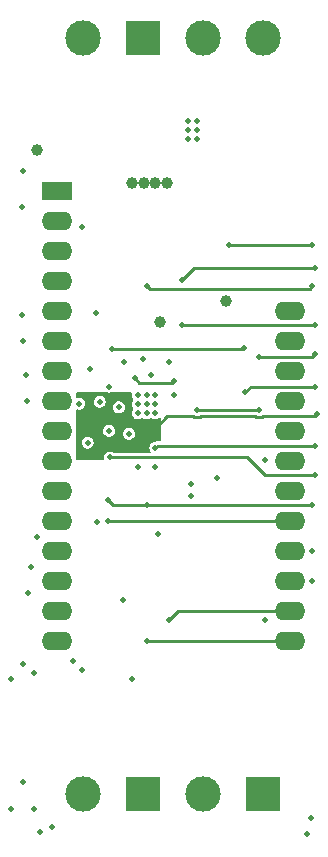
<source format=gbr>
%TF.GenerationSoftware,KiCad,Pcbnew,8.0.0*%
%TF.CreationDate,2024-05-28T22:42:53-04:00*%
%TF.ProjectId,MPPT Charge Controller,4d505054-2043-4686-9172-676520436f6e,0.2*%
%TF.SameCoordinates,Original*%
%TF.FileFunction,Copper,L2,Inr*%
%TF.FilePolarity,Positive*%
%FSLAX46Y46*%
G04 Gerber Fmt 4.6, Leading zero omitted, Abs format (unit mm)*
G04 Created by KiCad (PCBNEW 8.0.0) date 2024-05-28 22:42:53*
%MOMM*%
%LPD*%
G01*
G04 APERTURE LIST*
G04 Aperture macros list*
%AMRoundRect*
0 Rectangle with rounded corners*
0 $1 Rounding radius*
0 $2 $3 $4 $5 $6 $7 $8 $9 X,Y pos of 4 corners*
0 Add a 4 corners polygon primitive as box body*
4,1,4,$2,$3,$4,$5,$6,$7,$8,$9,$2,$3,0*
0 Add four circle primitives for the rounded corners*
1,1,$1+$1,$2,$3*
1,1,$1+$1,$4,$5*
1,1,$1+$1,$6,$7*
1,1,$1+$1,$8,$9*
0 Add four rect primitives between the rounded corners*
20,1,$1+$1,$2,$3,$4,$5,0*
20,1,$1+$1,$4,$5,$6,$7,0*
20,1,$1+$1,$6,$7,$8,$9,0*
20,1,$1+$1,$8,$9,$2,$3,0*%
G04 Aperture macros list end*
%TA.AperFunction,ComponentPad*%
%ADD10RoundRect,0.250000X-1.050000X-0.550000X1.050000X-0.550000X1.050000X0.550000X-1.050000X0.550000X0*%
%TD*%
%TA.AperFunction,ComponentPad*%
%ADD11O,2.600000X1.600000*%
%TD*%
%TA.AperFunction,ComponentPad*%
%ADD12C,3.000000*%
%TD*%
%TA.AperFunction,ComponentPad*%
%ADD13R,3.000000X3.000000*%
%TD*%
%TA.AperFunction,ViaPad*%
%ADD14C,0.500000*%
%TD*%
%TA.AperFunction,ViaPad*%
%ADD15C,1.000000*%
%TD*%
%TA.AperFunction,Conductor*%
%ADD16C,0.250000*%
%TD*%
%TA.AperFunction,Conductor*%
%ADD17C,0.150000*%
%TD*%
G04 APERTURE END LIST*
D10*
%TO.N,unconnected-(A1-~{RESET}-Pad1)*%
%TO.C,A1*%
X100140000Y-80960000D03*
D11*
%TO.N,+3.3V*%
X100140000Y-83500000D03*
%TO.N,unconnected-(A1-NC-Pad3)*%
X100140000Y-86040000D03*
%TO.N,GND*%
X100140000Y-88580000D03*
%TO.N,/Solar Voltage*%
X100140000Y-91120000D03*
%TO.N,/Solar Current*%
X100140000Y-93660000D03*
%TO.N,/Battery Voltage*%
X100140000Y-96200000D03*
%TO.N,/Battery Current*%
X100140000Y-98740000D03*
%TO.N,unconnected-(A1-IO36{slash}A4-Pad9)*%
X100140000Y-101280000D03*
%TO.N,unconnected-(A1-IO4{slash}A5-Pad10)*%
X100140000Y-103820000D03*
%TO.N,unconnected-(A1-SCK{slash}IO5-Pad11)*%
X100140000Y-106360000D03*
%TO.N,unconnected-(A1-MOSI{slash}IO18-Pad12)*%
X100140000Y-108900000D03*
%TO.N,unconnected-(A1-MISO{slash}IO19-Pad13)*%
X100140000Y-111440000D03*
%TO.N,unconnected-(A1-RX{slash}IO16-Pad14)*%
X100140000Y-113980000D03*
%TO.N,unconnected-(A1-TX{slash}IO17-Pad15)*%
X100140000Y-116520000D03*
%TO.N,unconnected-(A1-TXD0-Pad16)*%
X100140000Y-119060000D03*
%TO.N,/SDA*%
X119860000Y-119060000D03*
%TO.N,/SCL*%
X119860000Y-116520000D03*
%TO.N,/STAT1*%
X119860000Y-113980000D03*
%TO.N,/STAT2*%
X119860000Y-111440000D03*
%TO.N,/~{Charge EN}*%
X119860000Y-108900000D03*
%TO.N,/SD_CS*%
X119860000Y-106360000D03*
%TO.N,/Load Enable*%
X119860000Y-103820000D03*
%TO.N,unconnected-(A1-D12-Pad24)*%
X119860000Y-101280000D03*
%TO.N,unconnected-(A1-D13-Pad25)*%
X119860000Y-98740000D03*
%TO.N,unconnected-(A1-VBUS-Pad26)*%
X119860000Y-96200000D03*
%TO.N,unconnected-(A1-EN-Pad27)*%
X119860000Y-93660000D03*
%TO.N,unconnected-(A1-VBAT-Pad28)*%
X119860000Y-91120000D03*
%TD*%
D12*
%TO.N,/Input*%
%TO.C,TP15*%
X117620000Y-68000000D03*
%TD*%
%TO.N,GND*%
%TO.C,TP14*%
X102380000Y-68000000D03*
%TD*%
%TO.N,Net-(J2-Pin_2)*%
%TO.C,J3*%
X112540000Y-132000000D03*
D13*
%TO.N,Net-(J3-Pin_1)*%
X117620000Y-132000000D03*
%TD*%
D12*
%TO.N,Net-(J2-Pin_2)*%
%TO.C,J2*%
X102380000Y-132000000D03*
D13*
%TO.N,GND*%
X107460000Y-132000000D03*
%TD*%
D12*
%TO.N,/Input*%
%TO.C,J1*%
X112540000Y-68000000D03*
D13*
%TO.N,GND*%
X107460000Y-68000000D03*
%TD*%
D14*
%TO.N,GND*%
X108750000Y-110000000D03*
%TO.N,+3.3V*%
X111475000Y-106750000D03*
%TO.N,PWR GND*%
X108500000Y-104325000D03*
%TO.N,/MPPSET*%
X107750000Y-107500000D03*
%TO.N,/SCL*%
X109655000Y-117250000D03*
%TO.N,/SDA*%
X107750000Y-119000000D03*
%TO.N,/TS*%
X104575000Y-101250000D03*
%TO.N,/VCC*%
X116100000Y-97950002D03*
X116000000Y-94200000D03*
X104850000Y-94350000D03*
%TO.N,/STAT2*%
X106250000Y-101500000D03*
%TO.N,/MPPSET*%
X103775000Y-98782635D03*
%TO.N,/TS*%
X104641320Y-103499654D03*
%TO.N,/Load Enable*%
X117750000Y-103750000D03*
X117750000Y-117250000D03*
%TO.N,Net-(D4-A)*%
X96250000Y-133250000D03*
%TO.N,Net-(D3-A)*%
X98250000Y-133287500D03*
%TO.N,GND*%
X111250000Y-76500000D03*
X112000000Y-76500000D03*
X111250000Y-75750000D03*
X112000000Y-75750000D03*
X112000000Y-75000000D03*
X111250000Y-75000000D03*
X113750000Y-105250000D03*
X111500000Y-105750000D03*
%TO.N,Net-(U1-SRN)*%
X105750000Y-115555000D03*
X107000000Y-104325000D03*
%TO.N,/PH*%
X114750000Y-85500000D03*
X121750000Y-85500000D03*
%TO.N,/LODRV*%
X109655000Y-95420000D03*
X110750000Y-88500000D03*
X122000000Y-87500000D03*
%TO.N,/HIDRV*%
X107410464Y-95124536D03*
X107800000Y-89000000D03*
X121750000Y-89000000D03*
%TO.N,/BTST*%
X110062500Y-97000000D03*
X110750000Y-92250000D03*
X122000000Y-92250000D03*
%TO.N,/RGEN*%
X112000000Y-99475000D03*
X117250000Y-99500000D03*
X117250000Y-95000000D03*
X122000000Y-94750000D03*
%TO.N,/VREF*%
X122200000Y-99800000D03*
%TO.N,/VCC*%
X104525000Y-97500000D03*
X122000000Y-97500000D03*
%TO.N,/VFB*%
X108500000Y-102675000D03*
X122000000Y-102500000D03*
%TO.N,/TS*%
X122000000Y-105000000D03*
%TO.N,/MPPSET*%
X121750000Y-107500000D03*
%TO.N,/~{Charge EN}*%
X104500000Y-108900000D03*
%TO.N,/MPPSET*%
X104500000Y-107062500D03*
%TO.N,/VREF*%
X103700000Y-99600000D03*
X107750000Y-101750000D03*
%TO.N,/STAT2*%
X121300000Y-135350000D03*
X121750000Y-111440000D03*
X98750000Y-135250000D03*
%TO.N,/STAT1*%
X99750000Y-134750000D03*
X121650000Y-134050000D03*
X121750000Y-114000000D03*
%TO.N,/Battery Voltage*%
X97500000Y-96500000D03*
X97750000Y-115000000D03*
%TO.N,/Battery Current*%
X97600000Y-98700000D03*
X98000000Y-112750000D03*
%TO.N,Net-(D1-K)*%
X103500000Y-91275000D03*
%TO.N,+3.3V*%
X98500000Y-110250000D03*
%TO.N,/Solar Voltage*%
X97200000Y-91400000D03*
X97200000Y-82300000D03*
D15*
%TO.N,/Input*%
X109500000Y-80250000D03*
X108500000Y-80250000D03*
X107500000Y-80250000D03*
X106500000Y-80250000D03*
D14*
%TO.N,/VIN*%
X102050000Y-98950000D03*
X102250000Y-84000000D03*
%TO.N,/STAT2*%
X106500000Y-122250000D03*
X96250000Y-122250000D03*
%TO.N,/STAT1*%
X98250000Y-121750000D03*
X102250000Y-121500000D03*
X105400000Y-99257149D03*
%TO.N,/PH*%
X108137501Y-96517501D03*
D15*
X114500000Y-90250000D03*
D14*
%TO.N,/VREF*%
X97250000Y-131000000D03*
X97250000Y-121000000D03*
X101500000Y-120700000D03*
X102750000Y-103250000D03*
%TO.N,/RGEN*%
X110094384Y-98250000D03*
%TO.N,/BTST*%
X106750000Y-96800000D03*
D15*
%TO.N,/PH*%
X108880000Y-92060000D03*
D14*
X105845000Y-95420000D03*
D15*
%TO.N,+3.3V*%
X98500000Y-77500000D03*
D14*
%TO.N,/Solar Current*%
X97250000Y-93660000D03*
X97250000Y-79250000D03*
%TO.N,PWR GND*%
X107750000Y-99750000D03*
X102750000Y-102250000D03*
X103000000Y-96000000D03*
X107000000Y-98250000D03*
X107750000Y-98250000D03*
X107000000Y-99750000D03*
X108500000Y-99000000D03*
X103550000Y-108937500D03*
X108500000Y-98250000D03*
X107750000Y-99000000D03*
X108500000Y-99750000D03*
X107000000Y-99000000D03*
%TD*%
D16*
%TO.N,/MPPSET*%
X121750000Y-107500000D02*
X104937500Y-107500000D01*
%TO.N,/SCL*%
X110385000Y-116520000D02*
X120160000Y-116520000D01*
X109655000Y-117250000D02*
X110385000Y-116520000D01*
%TO.N,/SDA*%
X120100000Y-119000000D02*
X120160000Y-119060000D01*
X107750000Y-119000000D02*
X120100000Y-119000000D01*
%TO.N,/BTST*%
X109892500Y-97170000D02*
X110062500Y-97000000D01*
X106750000Y-96800000D02*
X107120000Y-97170000D01*
X107120000Y-97170000D02*
X109892500Y-97170000D01*
%TO.N,/VCC*%
X116550002Y-97500000D02*
X122000000Y-97500000D01*
X116100000Y-97950002D02*
X116550002Y-97500000D01*
X104850000Y-94350000D02*
X115850000Y-94350000D01*
X115850000Y-94350000D02*
X116000000Y-94200000D01*
X104525000Y-97525000D02*
X104525000Y-97500000D01*
X104600000Y-97600000D02*
X104525000Y-97525000D01*
%TO.N,/LODRV*%
X110750000Y-88500000D02*
X111750000Y-87500000D01*
X111750000Y-87500000D02*
X122000000Y-87500000D01*
%TO.N,/~{Charge EN}*%
X104500000Y-108900000D02*
X120160000Y-108900000D01*
%TO.N,/VREF*%
X109500000Y-100000000D02*
X107750000Y-101750000D01*
X111669400Y-100000000D02*
X109500000Y-100000000D01*
X111749400Y-100080000D02*
X111669400Y-100000000D01*
X112250600Y-100080000D02*
X111749400Y-100080000D01*
X116894400Y-100000000D02*
X112330600Y-100000000D01*
X116999400Y-100105000D02*
X116894400Y-100000000D01*
X117500600Y-100105000D02*
X116999400Y-100105000D01*
X117605600Y-100000000D02*
X117500600Y-100105000D01*
X122000000Y-100000000D02*
X117605600Y-100000000D01*
X122200000Y-99800000D02*
X122000000Y-100000000D01*
X112330600Y-100000000D02*
X112250600Y-100080000D01*
%TO.N,/HIDRV*%
X121550000Y-89200000D02*
X121750000Y-89000000D01*
X108000000Y-89200000D02*
X121550000Y-89200000D01*
X107800000Y-89000000D02*
X108000000Y-89200000D01*
%TO.N,/TS*%
X104641666Y-103500000D02*
X104641320Y-103499654D01*
X108750000Y-103500000D02*
X104641666Y-103500000D01*
X116250000Y-103500000D02*
X108750000Y-103500000D01*
X117750000Y-105000000D02*
X116250000Y-103500000D01*
X122000000Y-105000000D02*
X117750000Y-105000000D01*
%TO.N,/VFB*%
X108500000Y-102675000D02*
X108675000Y-102500000D01*
X108675000Y-102500000D02*
X122000000Y-102500000D01*
%TO.N,/PH*%
X121750000Y-85500000D02*
X114750000Y-85500000D01*
%TO.N,/BTST*%
X121750000Y-92250000D02*
X110750000Y-92250000D01*
X122000000Y-92250000D02*
X121750000Y-92250000D01*
%TO.N,/RGEN*%
X112025000Y-99500000D02*
X112000000Y-99475000D01*
X117250000Y-99500000D02*
X112025000Y-99500000D01*
X121750000Y-95000000D02*
X117250000Y-95000000D01*
X122000000Y-94750000D02*
X121750000Y-95000000D01*
%TO.N,/MPPSET*%
X104937500Y-107500000D02*
X104500000Y-107062500D01*
D17*
X104437500Y-107000000D02*
X104500000Y-107062500D01*
%TD*%
%TA.AperFunction,Conductor*%
%TO.N,/VREF*%
G36*
X104447684Y-98000500D02*
G01*
X104453039Y-98000500D01*
X104602316Y-98000500D01*
X104609307Y-98000000D01*
X106387194Y-98000000D01*
X106454233Y-98019685D01*
X106499988Y-98072489D01*
X106509932Y-98141647D01*
X106494353Y-98250000D01*
X106514834Y-98392456D01*
X106574622Y-98523371D01*
X106574625Y-98523377D01*
X106592321Y-98543799D01*
X106621345Y-98607355D01*
X106611401Y-98676513D01*
X106592321Y-98706201D01*
X106574625Y-98726622D01*
X106574622Y-98726628D01*
X106514834Y-98857543D01*
X106494353Y-99000000D01*
X106514834Y-99142456D01*
X106574622Y-99273371D01*
X106574625Y-99273377D01*
X106592321Y-99293799D01*
X106621345Y-99357355D01*
X106611401Y-99426513D01*
X106592321Y-99456201D01*
X106574625Y-99476622D01*
X106574622Y-99476628D01*
X106514834Y-99607543D01*
X106494353Y-99750000D01*
X106514834Y-99892456D01*
X106574622Y-100023371D01*
X106574623Y-100023373D01*
X106668872Y-100132143D01*
X106789947Y-100209953D01*
X106789950Y-100209954D01*
X106789949Y-100209954D01*
X106928036Y-100250499D01*
X106928038Y-100250500D01*
X106928039Y-100250500D01*
X107071962Y-100250500D01*
X107071962Y-100250499D01*
X107210053Y-100209953D01*
X107307960Y-100147031D01*
X107375000Y-100127347D01*
X107442039Y-100147032D01*
X107442040Y-100147032D01*
X107539947Y-100209953D01*
X107539948Y-100209953D01*
X107539949Y-100209954D01*
X107678036Y-100250499D01*
X107678038Y-100250500D01*
X107678039Y-100250500D01*
X107821962Y-100250500D01*
X107821962Y-100250499D01*
X107960053Y-100209953D01*
X108057960Y-100147031D01*
X108125000Y-100127347D01*
X108192039Y-100147032D01*
X108192040Y-100147032D01*
X108289947Y-100209953D01*
X108289948Y-100209953D01*
X108289949Y-100209954D01*
X108428036Y-100250499D01*
X108428038Y-100250500D01*
X108428039Y-100250500D01*
X108571962Y-100250500D01*
X108571962Y-100250499D01*
X108710050Y-100209954D01*
X108710051Y-100209954D01*
X108726797Y-100199192D01*
X108808961Y-100146388D01*
X108876000Y-100126704D01*
X108943039Y-100146388D01*
X108988794Y-100199192D01*
X109000000Y-100250704D01*
X109000000Y-102000500D01*
X108980315Y-102067539D01*
X108927511Y-102113294D01*
X108876000Y-102124500D01*
X108625564Y-102124500D01*
X108577812Y-102137295D01*
X108577811Y-102137294D01*
X108530063Y-102150089D01*
X108530060Y-102150090D01*
X108516559Y-102157886D01*
X108454557Y-102174500D01*
X108428036Y-102174500D01*
X108289949Y-102215045D01*
X108168873Y-102292856D01*
X108074623Y-102401626D01*
X108074622Y-102401628D01*
X108014834Y-102532543D01*
X107994353Y-102675000D01*
X108014834Y-102817456D01*
X108074904Y-102948988D01*
X108084848Y-103018147D01*
X108055823Y-103081702D01*
X107997045Y-103119477D01*
X107962110Y-103124500D01*
X105019733Y-103124500D01*
X104952694Y-103104816D01*
X104878513Y-103057143D01*
X104851373Y-103039701D01*
X104851371Y-103039700D01*
X104851369Y-103039699D01*
X104851370Y-103039699D01*
X104713283Y-102999154D01*
X104713281Y-102999154D01*
X104569359Y-102999154D01*
X104569356Y-102999154D01*
X104431269Y-103039699D01*
X104310193Y-103117510D01*
X104310192Y-103117510D01*
X104310192Y-103117511D01*
X104304136Y-103124500D01*
X104215943Y-103226280D01*
X104215942Y-103226282D01*
X104156154Y-103357197D01*
X104135673Y-103499654D01*
X104151301Y-103608354D01*
X104141357Y-103677512D01*
X104095602Y-103730316D01*
X104028563Y-103750000D01*
X101874000Y-103750000D01*
X101806961Y-103730315D01*
X101761206Y-103677511D01*
X101750000Y-103626000D01*
X101750000Y-102250000D01*
X102244353Y-102250000D01*
X102264834Y-102392456D01*
X102269023Y-102401628D01*
X102324623Y-102523373D01*
X102418872Y-102632143D01*
X102539947Y-102709953D01*
X102539950Y-102709954D01*
X102539949Y-102709954D01*
X102678036Y-102750499D01*
X102678038Y-102750500D01*
X102678039Y-102750500D01*
X102821962Y-102750500D01*
X102821962Y-102750499D01*
X102960053Y-102709953D01*
X103081128Y-102632143D01*
X103175377Y-102523373D01*
X103235165Y-102392457D01*
X103255647Y-102250000D01*
X103235165Y-102107543D01*
X103175377Y-101976627D01*
X103081128Y-101867857D01*
X102960053Y-101790047D01*
X102960051Y-101790046D01*
X102960049Y-101790045D01*
X102960050Y-101790045D01*
X102821963Y-101749500D01*
X102821961Y-101749500D01*
X102678039Y-101749500D01*
X102678036Y-101749500D01*
X102539949Y-101790045D01*
X102418873Y-101867856D01*
X102324623Y-101976626D01*
X102324622Y-101976628D01*
X102264834Y-102107543D01*
X102244353Y-102250000D01*
X101750000Y-102250000D01*
X101750000Y-101250000D01*
X104069353Y-101250000D01*
X104089834Y-101392456D01*
X104138949Y-101500000D01*
X104149623Y-101523373D01*
X104243872Y-101632143D01*
X104364947Y-101709953D01*
X104364950Y-101709954D01*
X104364949Y-101709954D01*
X104472107Y-101741417D01*
X104499633Y-101749500D01*
X104503036Y-101750499D01*
X104503038Y-101750500D01*
X104503039Y-101750500D01*
X104646962Y-101750500D01*
X104646962Y-101750499D01*
X104785053Y-101709953D01*
X104906128Y-101632143D01*
X105000377Y-101523373D01*
X105011051Y-101500000D01*
X105744353Y-101500000D01*
X105764834Y-101642456D01*
X105795660Y-101709954D01*
X105824623Y-101773373D01*
X105918872Y-101882143D01*
X106039947Y-101959953D01*
X106039950Y-101959954D01*
X106039949Y-101959954D01*
X106178036Y-102000499D01*
X106178038Y-102000500D01*
X106178039Y-102000500D01*
X106321962Y-102000500D01*
X106321962Y-102000499D01*
X106460053Y-101959953D01*
X106581128Y-101882143D01*
X106675377Y-101773373D01*
X106735165Y-101642457D01*
X106755647Y-101500000D01*
X106735165Y-101357543D01*
X106675377Y-101226627D01*
X106581128Y-101117857D01*
X106460053Y-101040047D01*
X106460051Y-101040046D01*
X106460049Y-101040045D01*
X106460050Y-101040045D01*
X106321963Y-100999500D01*
X106321961Y-100999500D01*
X106178039Y-100999500D01*
X106178036Y-100999500D01*
X106039949Y-101040045D01*
X105918873Y-101117856D01*
X105824623Y-101226626D01*
X105824622Y-101226628D01*
X105764834Y-101357543D01*
X105744353Y-101500000D01*
X105011051Y-101500000D01*
X105060165Y-101392457D01*
X105080647Y-101250000D01*
X105060165Y-101107543D01*
X105000377Y-100976627D01*
X104906128Y-100867857D01*
X104785053Y-100790047D01*
X104785051Y-100790046D01*
X104785049Y-100790045D01*
X104785050Y-100790045D01*
X104646963Y-100749500D01*
X104646961Y-100749500D01*
X104503039Y-100749500D01*
X104503036Y-100749500D01*
X104364949Y-100790045D01*
X104243873Y-100867856D01*
X104149623Y-100976626D01*
X104149622Y-100976628D01*
X104089834Y-101107543D01*
X104069353Y-101250000D01*
X101750000Y-101250000D01*
X101750000Y-99549186D01*
X101769685Y-99482147D01*
X101822489Y-99436392D01*
X101891647Y-99426448D01*
X101908925Y-99430206D01*
X101978039Y-99450500D01*
X102121962Y-99450500D01*
X102121962Y-99450499D01*
X102260053Y-99409953D01*
X102381128Y-99332143D01*
X102475377Y-99223373D01*
X102535165Y-99092457D01*
X102555647Y-98950000D01*
X102535165Y-98807543D01*
X102523790Y-98782635D01*
X103269353Y-98782635D01*
X103289834Y-98925091D01*
X103338583Y-99031835D01*
X103349623Y-99056008D01*
X103443872Y-99164778D01*
X103564947Y-99242588D01*
X103564950Y-99242589D01*
X103564949Y-99242589D01*
X103703036Y-99283134D01*
X103703038Y-99283135D01*
X103703039Y-99283135D01*
X103846962Y-99283135D01*
X103846962Y-99283134D01*
X103935461Y-99257149D01*
X104894353Y-99257149D01*
X104914834Y-99399605D01*
X104968511Y-99517139D01*
X104974623Y-99530522D01*
X105068872Y-99639292D01*
X105189947Y-99717102D01*
X105189950Y-99717103D01*
X105189949Y-99717103D01*
X105328036Y-99757648D01*
X105328038Y-99757649D01*
X105328039Y-99757649D01*
X105471962Y-99757649D01*
X105471962Y-99757648D01*
X105610053Y-99717102D01*
X105731128Y-99639292D01*
X105825377Y-99530522D01*
X105885165Y-99399606D01*
X105905647Y-99257149D01*
X105885165Y-99114692D01*
X105825377Y-98983776D01*
X105731128Y-98875006D01*
X105610053Y-98797196D01*
X105610051Y-98797195D01*
X105610049Y-98797194D01*
X105610050Y-98797194D01*
X105471963Y-98756649D01*
X105471961Y-98756649D01*
X105328039Y-98756649D01*
X105328036Y-98756649D01*
X105189949Y-98797194D01*
X105068873Y-98875005D01*
X104974623Y-98983775D01*
X104974622Y-98983777D01*
X104914834Y-99114692D01*
X104894353Y-99257149D01*
X103935461Y-99257149D01*
X103985053Y-99242588D01*
X104106128Y-99164778D01*
X104200377Y-99056008D01*
X104260165Y-98925092D01*
X104280647Y-98782635D01*
X104260165Y-98640178D01*
X104200377Y-98509262D01*
X104106128Y-98400492D01*
X103985053Y-98322682D01*
X103985051Y-98322681D01*
X103985049Y-98322680D01*
X103985050Y-98322680D01*
X103846963Y-98282135D01*
X103846961Y-98282135D01*
X103703039Y-98282135D01*
X103703036Y-98282135D01*
X103564949Y-98322680D01*
X103443873Y-98400491D01*
X103349623Y-98509261D01*
X103349622Y-98509263D01*
X103289834Y-98640178D01*
X103269353Y-98782635D01*
X102523790Y-98782635D01*
X102475377Y-98676627D01*
X102381128Y-98567857D01*
X102260053Y-98490047D01*
X102260051Y-98490046D01*
X102260049Y-98490045D01*
X102260050Y-98490045D01*
X102121963Y-98449500D01*
X102121961Y-98449500D01*
X101978039Y-98449500D01*
X101978036Y-98449500D01*
X101908934Y-98469790D01*
X101839064Y-98469790D01*
X101780287Y-98432015D01*
X101751262Y-98368459D01*
X101750000Y-98350813D01*
X101750000Y-98124000D01*
X101769685Y-98056961D01*
X101822489Y-98011206D01*
X101874000Y-98000000D01*
X104440693Y-98000000D01*
X104447684Y-98000500D01*
G37*
%TD.AperFunction*%
%TD*%
M02*

</source>
